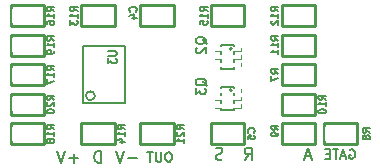
<source format=gbo>
%FSLAX34Y34*%
G04 Gerber Fmt 3.4, Leading zero omitted, Abs format*
G04 (created by PCBNEW (2014-02-02 BZR 4653)-product) date 2014-02-04 11:29:01 PM*
%MOIN*%
G01*
G70*
G90*
G04 APERTURE LIST*
%ADD10C,0.005906*%
%ADD11C,0.007500*%
%ADD12C,0.006000*%
%ADD13C,0.008000*%
%ADD14C,0.002600*%
%ADD15C,0.010000*%
%ADD16C,0.006250*%
%ADD17C,0.006300*%
%ADD18R,0.051200X0.011800*%
%ADD19R,0.031400X0.015700*%
%ADD20R,0.032000X0.045000*%
%ADD21R,0.078700X0.078700*%
%ADD22C,0.078700*%
G04 APERTURE END LIST*
G54D10*
G54D11*
X41465Y-35461D02*
X41160Y-35461D01*
X41313Y-35614D02*
X41313Y-35309D01*
X41027Y-35214D02*
X40894Y-35614D01*
X40760Y-35214D01*
X43434Y-35461D02*
X43129Y-35461D01*
X42995Y-35214D02*
X42862Y-35614D01*
X42729Y-35214D01*
G54D12*
X44512Y-35257D02*
X44451Y-35257D01*
X44421Y-35273D01*
X44391Y-35303D01*
X44375Y-35364D01*
X44375Y-35471D01*
X44391Y-35532D01*
X44421Y-35562D01*
X44451Y-35577D01*
X44512Y-35577D01*
X44543Y-35562D01*
X44573Y-35532D01*
X44589Y-35471D01*
X44589Y-35364D01*
X44573Y-35303D01*
X44543Y-35273D01*
X44512Y-35257D01*
X44238Y-35257D02*
X44238Y-35516D01*
X44223Y-35547D01*
X44208Y-35562D01*
X44177Y-35577D01*
X44116Y-35577D01*
X44086Y-35562D01*
X44071Y-35547D01*
X44055Y-35516D01*
X44055Y-35257D01*
X43949Y-35257D02*
X43766Y-35257D01*
X43857Y-35577D02*
X43857Y-35257D01*
X50516Y-35174D02*
X50547Y-35159D01*
X50593Y-35159D01*
X50638Y-35174D01*
X50669Y-35205D01*
X50684Y-35235D01*
X50699Y-35296D01*
X50699Y-35342D01*
X50684Y-35403D01*
X50669Y-35433D01*
X50638Y-35464D01*
X50593Y-35479D01*
X50562Y-35479D01*
X50516Y-35464D01*
X50501Y-35448D01*
X50501Y-35342D01*
X50562Y-35342D01*
X50379Y-35387D02*
X50227Y-35387D01*
X50410Y-35479D02*
X50303Y-35159D01*
X50196Y-35479D01*
X50135Y-35159D02*
X49953Y-35159D01*
X50044Y-35479D02*
X50044Y-35159D01*
X49846Y-35311D02*
X49739Y-35311D01*
X49693Y-35479D02*
X49846Y-35479D01*
X49846Y-35159D01*
X49693Y-35159D01*
G54D11*
X49209Y-35401D02*
X49018Y-35401D01*
X49247Y-35515D02*
X49114Y-35115D01*
X48980Y-35515D01*
X47021Y-35515D02*
X47155Y-35325D01*
X47250Y-35515D02*
X47250Y-35115D01*
X47098Y-35115D01*
X47059Y-35134D01*
X47040Y-35153D01*
X47021Y-35191D01*
X47021Y-35248D01*
X47040Y-35287D01*
X47059Y-35306D01*
X47098Y-35325D01*
X47250Y-35325D01*
X46275Y-35496D02*
X46218Y-35515D01*
X46123Y-35515D01*
X46085Y-35496D01*
X46066Y-35477D01*
X46047Y-35439D01*
X46047Y-35401D01*
X46066Y-35363D01*
X46085Y-35344D01*
X46123Y-35325D01*
X46199Y-35306D01*
X46237Y-35287D01*
X46256Y-35267D01*
X46275Y-35229D01*
X46275Y-35191D01*
X46256Y-35153D01*
X46237Y-35134D01*
X46199Y-35115D01*
X46104Y-35115D01*
X46047Y-35134D01*
X42230Y-35614D02*
X42230Y-35214D01*
X42135Y-35214D01*
X42078Y-35233D01*
X42040Y-35271D01*
X42021Y-35309D01*
X42002Y-35385D01*
X42002Y-35442D01*
X42021Y-35518D01*
X42040Y-35556D01*
X42078Y-35594D01*
X42135Y-35614D01*
X42230Y-35614D01*
G54D13*
X43022Y-33627D02*
X43022Y-31727D01*
X43022Y-31727D02*
X41622Y-31727D01*
X41622Y-31727D02*
X41622Y-33627D01*
X41622Y-33627D02*
X43022Y-33627D01*
X42022Y-33377D02*
G75*
G03X42022Y-33377I-150J0D01*
G74*
G01*
G54D14*
X46889Y-33150D02*
X46889Y-33268D01*
X46889Y-33268D02*
X46692Y-33268D01*
X46692Y-33150D02*
X46692Y-33268D01*
X46889Y-33150D02*
X46692Y-33150D01*
X46889Y-33405D02*
X46889Y-33523D01*
X46889Y-33523D02*
X46692Y-33523D01*
X46692Y-33405D02*
X46692Y-33523D01*
X46889Y-33405D02*
X46692Y-33405D01*
X46889Y-33660D02*
X46889Y-33778D01*
X46889Y-33778D02*
X46692Y-33778D01*
X46692Y-33660D02*
X46692Y-33778D01*
X46889Y-33660D02*
X46692Y-33660D01*
X46220Y-33660D02*
X46220Y-33778D01*
X46220Y-33778D02*
X46023Y-33778D01*
X46023Y-33660D02*
X46023Y-33778D01*
X46220Y-33660D02*
X46023Y-33660D01*
X46220Y-33405D02*
X46220Y-33523D01*
X46220Y-33523D02*
X46023Y-33523D01*
X46023Y-33405D02*
X46023Y-33523D01*
X46220Y-33405D02*
X46023Y-33405D01*
X46220Y-33150D02*
X46220Y-33268D01*
X46220Y-33268D02*
X46023Y-33268D01*
X46023Y-33150D02*
X46023Y-33268D01*
X46220Y-33150D02*
X46023Y-33150D01*
G54D13*
X46240Y-33071D02*
X46240Y-33857D01*
X46240Y-33857D02*
X46672Y-33857D01*
X46672Y-33857D02*
X46672Y-33071D01*
X46672Y-33071D02*
X46240Y-33071D01*
G54D12*
X46595Y-33189D02*
G75*
G03X46595Y-33189I-41J0D01*
G74*
G01*
G54D14*
X46889Y-31772D02*
X46889Y-31890D01*
X46889Y-31890D02*
X46692Y-31890D01*
X46692Y-31772D02*
X46692Y-31890D01*
X46889Y-31772D02*
X46692Y-31772D01*
X46889Y-32027D02*
X46889Y-32145D01*
X46889Y-32145D02*
X46692Y-32145D01*
X46692Y-32027D02*
X46692Y-32145D01*
X46889Y-32027D02*
X46692Y-32027D01*
X46889Y-32282D02*
X46889Y-32400D01*
X46889Y-32400D02*
X46692Y-32400D01*
X46692Y-32282D02*
X46692Y-32400D01*
X46889Y-32282D02*
X46692Y-32282D01*
X46220Y-32282D02*
X46220Y-32400D01*
X46220Y-32400D02*
X46023Y-32400D01*
X46023Y-32282D02*
X46023Y-32400D01*
X46220Y-32282D02*
X46023Y-32282D01*
X46220Y-32027D02*
X46220Y-32145D01*
X46220Y-32145D02*
X46023Y-32145D01*
X46023Y-32027D02*
X46023Y-32145D01*
X46220Y-32027D02*
X46023Y-32027D01*
X46220Y-31772D02*
X46220Y-31890D01*
X46220Y-31890D02*
X46023Y-31890D01*
X46023Y-31772D02*
X46023Y-31890D01*
X46220Y-31772D02*
X46023Y-31772D01*
G54D13*
X46240Y-31693D02*
X46240Y-32479D01*
X46240Y-32479D02*
X46672Y-32479D01*
X46672Y-32479D02*
X46672Y-31693D01*
X46672Y-31693D02*
X46240Y-31693D01*
G54D12*
X46595Y-31811D02*
G75*
G03X46595Y-31811I-41J0D01*
G74*
G01*
G54D15*
X48267Y-34291D02*
X49370Y-34291D01*
X49370Y-34291D02*
X49370Y-35000D01*
X49370Y-35000D02*
X48267Y-35000D01*
X48267Y-35000D02*
X48267Y-34291D01*
X42677Y-35000D02*
X41574Y-35000D01*
X41574Y-35000D02*
X41574Y-34291D01*
X41574Y-34291D02*
X42677Y-34291D01*
X42677Y-34291D02*
X42677Y-35000D01*
X40314Y-35000D02*
X39212Y-35000D01*
X39212Y-35000D02*
X39212Y-34291D01*
X39212Y-34291D02*
X40314Y-34291D01*
X40314Y-34291D02*
X40314Y-35000D01*
X49370Y-34015D02*
X48267Y-34015D01*
X48267Y-34015D02*
X48267Y-33307D01*
X48267Y-33307D02*
X49370Y-33307D01*
X49370Y-33307D02*
X49370Y-34015D01*
X49370Y-33031D02*
X48267Y-33031D01*
X48267Y-33031D02*
X48267Y-32322D01*
X48267Y-32322D02*
X49370Y-32322D01*
X49370Y-32322D02*
X49370Y-33031D01*
X49370Y-32047D02*
X48267Y-32047D01*
X48267Y-32047D02*
X48267Y-31338D01*
X48267Y-31338D02*
X49370Y-31338D01*
X49370Y-31338D02*
X49370Y-32047D01*
X49370Y-31062D02*
X48267Y-31062D01*
X48267Y-31062D02*
X48267Y-30354D01*
X48267Y-30354D02*
X49370Y-30354D01*
X49370Y-30354D02*
X49370Y-31062D01*
X44645Y-35000D02*
X43543Y-35000D01*
X43543Y-35000D02*
X43543Y-34291D01*
X43543Y-34291D02*
X44645Y-34291D01*
X44645Y-34291D02*
X44645Y-35000D01*
X45905Y-34291D02*
X47007Y-34291D01*
X47007Y-34291D02*
X47007Y-35000D01*
X47007Y-35000D02*
X45905Y-35000D01*
X45905Y-35000D02*
X45905Y-34291D01*
X45905Y-30354D02*
X47007Y-30354D01*
X47007Y-30354D02*
X47007Y-31062D01*
X47007Y-31062D02*
X45905Y-31062D01*
X45905Y-31062D02*
X45905Y-30354D01*
X40314Y-31062D02*
X39212Y-31062D01*
X39212Y-31062D02*
X39212Y-30354D01*
X39212Y-30354D02*
X40314Y-30354D01*
X40314Y-30354D02*
X40314Y-31062D01*
X39212Y-32322D02*
X40314Y-32322D01*
X40314Y-32322D02*
X40314Y-33031D01*
X40314Y-33031D02*
X39212Y-33031D01*
X39212Y-33031D02*
X39212Y-32322D01*
X39212Y-33307D02*
X40314Y-33307D01*
X40314Y-33307D02*
X40314Y-34015D01*
X40314Y-34015D02*
X39212Y-34015D01*
X39212Y-34015D02*
X39212Y-33307D01*
X40314Y-32047D02*
X39212Y-32047D01*
X39212Y-32047D02*
X39212Y-31338D01*
X39212Y-31338D02*
X40314Y-31338D01*
X40314Y-31338D02*
X40314Y-32047D01*
X42677Y-31062D02*
X41574Y-31062D01*
X41574Y-31062D02*
X41574Y-30354D01*
X41574Y-30354D02*
X42677Y-30354D01*
X42677Y-30354D02*
X42677Y-31062D01*
X50748Y-35000D02*
X49645Y-35000D01*
X49645Y-35000D02*
X49645Y-34291D01*
X49645Y-34291D02*
X50748Y-34291D01*
X50748Y-34291D02*
X50748Y-35000D01*
X44645Y-31062D02*
X43543Y-31062D01*
X43543Y-31062D02*
X43543Y-30354D01*
X43543Y-30354D02*
X44645Y-30354D01*
X44645Y-30354D02*
X44645Y-31062D01*
G54D16*
X42453Y-31896D02*
X42696Y-31896D01*
X42725Y-31908D01*
X42739Y-31919D01*
X42753Y-31943D01*
X42753Y-31991D01*
X42739Y-32015D01*
X42725Y-32027D01*
X42696Y-32038D01*
X42453Y-32038D01*
X42453Y-32134D02*
X42453Y-32288D01*
X42568Y-32205D01*
X42568Y-32241D01*
X42582Y-32265D01*
X42596Y-32277D01*
X42625Y-32288D01*
X42696Y-32288D01*
X42725Y-32277D01*
X42739Y-32265D01*
X42753Y-32241D01*
X42753Y-32169D01*
X42739Y-32146D01*
X42725Y-32134D01*
G54D17*
G54D12*
X45746Y-33040D02*
X45730Y-33009D01*
X45700Y-32979D01*
X45654Y-32933D01*
X45639Y-32903D01*
X45639Y-32872D01*
X45715Y-32888D02*
X45700Y-32857D01*
X45669Y-32827D01*
X45608Y-32811D01*
X45502Y-32811D01*
X45441Y-32827D01*
X45410Y-32857D01*
X45395Y-32888D01*
X45395Y-32948D01*
X45410Y-32979D01*
X45441Y-33009D01*
X45502Y-33025D01*
X45608Y-33025D01*
X45669Y-33009D01*
X45700Y-32979D01*
X45715Y-32948D01*
X45715Y-32888D01*
X45395Y-33131D02*
X45395Y-33329D01*
X45517Y-33223D01*
X45517Y-33268D01*
X45532Y-33299D01*
X45548Y-33314D01*
X45578Y-33329D01*
X45654Y-33329D01*
X45685Y-33314D01*
X45700Y-33299D01*
X45715Y-33268D01*
X45715Y-33177D01*
X45700Y-33147D01*
X45685Y-33131D01*
X45746Y-31662D02*
X45730Y-31631D01*
X45700Y-31601D01*
X45654Y-31555D01*
X45639Y-31525D01*
X45639Y-31494D01*
X45715Y-31510D02*
X45700Y-31479D01*
X45669Y-31449D01*
X45608Y-31433D01*
X45502Y-31433D01*
X45441Y-31449D01*
X45410Y-31479D01*
X45395Y-31510D01*
X45395Y-31571D01*
X45410Y-31601D01*
X45441Y-31631D01*
X45502Y-31647D01*
X45608Y-31647D01*
X45669Y-31631D01*
X45700Y-31601D01*
X45715Y-31571D01*
X45715Y-31510D01*
X45426Y-31769D02*
X45410Y-31784D01*
X45395Y-31814D01*
X45395Y-31891D01*
X45410Y-31921D01*
X45426Y-31936D01*
X45456Y-31951D01*
X45487Y-31951D01*
X45532Y-31936D01*
X45715Y-31753D01*
X45715Y-31951D01*
X48140Y-34507D02*
X48025Y-34427D01*
X48140Y-34370D02*
X47900Y-34370D01*
X47900Y-34461D01*
X47911Y-34484D01*
X47922Y-34495D01*
X47945Y-34507D01*
X47980Y-34507D01*
X48002Y-34495D01*
X48014Y-34484D01*
X48025Y-34461D01*
X48025Y-34370D01*
X48140Y-34621D02*
X48140Y-34667D01*
X48128Y-34690D01*
X48117Y-34701D01*
X48082Y-34724D01*
X48037Y-34735D01*
X47945Y-34735D01*
X47922Y-34724D01*
X47911Y-34712D01*
X47900Y-34690D01*
X47900Y-34644D01*
X47911Y-34621D01*
X47922Y-34610D01*
X47945Y-34598D01*
X48002Y-34598D01*
X48025Y-34610D01*
X48037Y-34621D01*
X48048Y-34644D01*
X48048Y-34690D01*
X48037Y-34712D01*
X48025Y-34724D01*
X48002Y-34735D01*
X43021Y-34491D02*
X42907Y-34411D01*
X43021Y-34354D02*
X42781Y-34354D01*
X42781Y-34445D01*
X42793Y-34468D01*
X42804Y-34479D01*
X42827Y-34491D01*
X42861Y-34491D01*
X42884Y-34479D01*
X42896Y-34468D01*
X42907Y-34445D01*
X42907Y-34354D01*
X43021Y-34719D02*
X43021Y-34582D01*
X43021Y-34651D02*
X42781Y-34651D01*
X42816Y-34628D01*
X42839Y-34605D01*
X42850Y-34582D01*
X42861Y-34925D02*
X43021Y-34925D01*
X42770Y-34868D02*
X42941Y-34811D01*
X42941Y-34959D01*
X40659Y-34491D02*
X40545Y-34411D01*
X40659Y-34354D02*
X40419Y-34354D01*
X40419Y-34445D01*
X40431Y-34468D01*
X40442Y-34479D01*
X40465Y-34491D01*
X40499Y-34491D01*
X40522Y-34479D01*
X40534Y-34468D01*
X40545Y-34445D01*
X40545Y-34354D01*
X40659Y-34719D02*
X40659Y-34582D01*
X40659Y-34651D02*
X40419Y-34651D01*
X40454Y-34628D01*
X40476Y-34605D01*
X40488Y-34582D01*
X40522Y-34857D02*
X40511Y-34834D01*
X40499Y-34822D01*
X40476Y-34811D01*
X40465Y-34811D01*
X40442Y-34822D01*
X40431Y-34834D01*
X40419Y-34857D01*
X40419Y-34902D01*
X40431Y-34925D01*
X40442Y-34937D01*
X40465Y-34948D01*
X40476Y-34948D01*
X40499Y-34937D01*
X40511Y-34925D01*
X40522Y-34902D01*
X40522Y-34857D01*
X40534Y-34834D01*
X40545Y-34822D01*
X40568Y-34811D01*
X40614Y-34811D01*
X40636Y-34822D01*
X40648Y-34834D01*
X40659Y-34857D01*
X40659Y-34902D01*
X40648Y-34925D01*
X40636Y-34937D01*
X40614Y-34948D01*
X40568Y-34948D01*
X40545Y-34937D01*
X40534Y-34925D01*
X40522Y-34902D01*
X49714Y-33507D02*
X49600Y-33427D01*
X49714Y-33369D02*
X49474Y-33369D01*
X49474Y-33461D01*
X49486Y-33484D01*
X49497Y-33495D01*
X49520Y-33507D01*
X49554Y-33507D01*
X49577Y-33495D01*
X49589Y-33484D01*
X49600Y-33461D01*
X49600Y-33369D01*
X49714Y-33735D02*
X49714Y-33598D01*
X49714Y-33667D02*
X49474Y-33667D01*
X49509Y-33644D01*
X49532Y-33621D01*
X49543Y-33598D01*
X49474Y-33884D02*
X49474Y-33907D01*
X49486Y-33929D01*
X49497Y-33941D01*
X49520Y-33952D01*
X49566Y-33964D01*
X49623Y-33964D01*
X49669Y-33952D01*
X49692Y-33941D01*
X49703Y-33929D01*
X49714Y-33907D01*
X49714Y-33884D01*
X49703Y-33861D01*
X49692Y-33849D01*
X49669Y-33838D01*
X49623Y-33827D01*
X49566Y-33827D01*
X49520Y-33838D01*
X49497Y-33849D01*
X49486Y-33861D01*
X49474Y-33884D01*
X48140Y-32637D02*
X48025Y-32557D01*
X48140Y-32500D02*
X47900Y-32500D01*
X47900Y-32591D01*
X47911Y-32614D01*
X47922Y-32625D01*
X47945Y-32637D01*
X47980Y-32637D01*
X48002Y-32625D01*
X48014Y-32614D01*
X48025Y-32591D01*
X48025Y-32500D01*
X47900Y-32717D02*
X47900Y-32877D01*
X48140Y-32774D01*
X48140Y-31538D02*
X48025Y-31458D01*
X48140Y-31401D02*
X47900Y-31401D01*
X47900Y-31492D01*
X47911Y-31515D01*
X47922Y-31527D01*
X47945Y-31538D01*
X47980Y-31538D01*
X48002Y-31527D01*
X48014Y-31515D01*
X48025Y-31492D01*
X48025Y-31401D01*
X48140Y-31767D02*
X48140Y-31630D01*
X48140Y-31698D02*
X47900Y-31698D01*
X47934Y-31675D01*
X47957Y-31652D01*
X47968Y-31630D01*
X48140Y-31995D02*
X48140Y-31858D01*
X48140Y-31927D02*
X47900Y-31927D01*
X47934Y-31904D01*
X47957Y-31881D01*
X47968Y-31858D01*
X48140Y-30554D02*
X48025Y-30474D01*
X48140Y-30417D02*
X47900Y-30417D01*
X47900Y-30508D01*
X47911Y-30531D01*
X47922Y-30542D01*
X47945Y-30554D01*
X47980Y-30554D01*
X48002Y-30542D01*
X48014Y-30531D01*
X48025Y-30508D01*
X48025Y-30417D01*
X48140Y-30782D02*
X48140Y-30645D01*
X48140Y-30714D02*
X47900Y-30714D01*
X47934Y-30691D01*
X47957Y-30668D01*
X47968Y-30645D01*
X47922Y-30874D02*
X47911Y-30885D01*
X47900Y-30908D01*
X47900Y-30965D01*
X47911Y-30988D01*
X47922Y-31000D01*
X47945Y-31011D01*
X47968Y-31011D01*
X48002Y-31000D01*
X48140Y-30862D01*
X48140Y-31011D01*
X44990Y-34491D02*
X44876Y-34411D01*
X44990Y-34354D02*
X44750Y-34354D01*
X44750Y-34445D01*
X44761Y-34468D01*
X44773Y-34479D01*
X44796Y-34491D01*
X44830Y-34491D01*
X44853Y-34479D01*
X44864Y-34468D01*
X44876Y-34445D01*
X44876Y-34354D01*
X44773Y-34582D02*
X44761Y-34594D01*
X44750Y-34617D01*
X44750Y-34674D01*
X44761Y-34697D01*
X44773Y-34708D01*
X44796Y-34719D01*
X44819Y-34719D01*
X44853Y-34708D01*
X44990Y-34571D01*
X44990Y-34719D01*
X44990Y-34948D02*
X44990Y-34811D01*
X44990Y-34879D02*
X44750Y-34879D01*
X44784Y-34857D01*
X44807Y-34834D01*
X44819Y-34811D01*
X47329Y-34605D02*
X47341Y-34594D01*
X47352Y-34559D01*
X47352Y-34537D01*
X47341Y-34502D01*
X47318Y-34479D01*
X47295Y-34468D01*
X47249Y-34457D01*
X47215Y-34457D01*
X47169Y-34468D01*
X47146Y-34479D01*
X47124Y-34502D01*
X47112Y-34537D01*
X47112Y-34559D01*
X47124Y-34594D01*
X47135Y-34605D01*
X47112Y-34822D02*
X47112Y-34708D01*
X47226Y-34697D01*
X47215Y-34708D01*
X47204Y-34731D01*
X47204Y-34788D01*
X47215Y-34811D01*
X47226Y-34822D01*
X47249Y-34834D01*
X47306Y-34834D01*
X47329Y-34822D01*
X47341Y-34811D01*
X47352Y-34788D01*
X47352Y-34731D01*
X47341Y-34708D01*
X47329Y-34697D01*
X45777Y-30554D02*
X45663Y-30474D01*
X45777Y-30417D02*
X45537Y-30417D01*
X45537Y-30508D01*
X45549Y-30531D01*
X45560Y-30542D01*
X45583Y-30554D01*
X45617Y-30554D01*
X45640Y-30542D01*
X45652Y-30531D01*
X45663Y-30508D01*
X45663Y-30417D01*
X45777Y-30782D02*
X45777Y-30645D01*
X45777Y-30714D02*
X45537Y-30714D01*
X45572Y-30691D01*
X45595Y-30668D01*
X45606Y-30645D01*
X45537Y-31000D02*
X45537Y-30885D01*
X45652Y-30874D01*
X45640Y-30885D01*
X45629Y-30908D01*
X45629Y-30965D01*
X45640Y-30988D01*
X45652Y-31000D01*
X45675Y-31011D01*
X45732Y-31011D01*
X45755Y-31000D01*
X45766Y-30988D01*
X45777Y-30965D01*
X45777Y-30908D01*
X45766Y-30885D01*
X45755Y-30874D01*
X40659Y-30554D02*
X40545Y-30474D01*
X40659Y-30417D02*
X40419Y-30417D01*
X40419Y-30508D01*
X40431Y-30531D01*
X40442Y-30542D01*
X40465Y-30554D01*
X40499Y-30554D01*
X40522Y-30542D01*
X40534Y-30531D01*
X40545Y-30508D01*
X40545Y-30417D01*
X40659Y-30782D02*
X40659Y-30645D01*
X40659Y-30714D02*
X40419Y-30714D01*
X40454Y-30691D01*
X40476Y-30668D01*
X40488Y-30645D01*
X40419Y-30988D02*
X40419Y-30942D01*
X40431Y-30920D01*
X40442Y-30908D01*
X40476Y-30885D01*
X40522Y-30874D01*
X40614Y-30874D01*
X40636Y-30885D01*
X40648Y-30897D01*
X40659Y-30920D01*
X40659Y-30965D01*
X40648Y-30988D01*
X40636Y-31000D01*
X40614Y-31011D01*
X40556Y-31011D01*
X40534Y-31000D01*
X40522Y-30988D01*
X40511Y-30965D01*
X40511Y-30920D01*
X40522Y-30897D01*
X40534Y-30885D01*
X40556Y-30874D01*
X40659Y-32522D02*
X40545Y-32442D01*
X40659Y-32385D02*
X40419Y-32385D01*
X40419Y-32477D01*
X40431Y-32500D01*
X40442Y-32511D01*
X40465Y-32522D01*
X40499Y-32522D01*
X40522Y-32511D01*
X40534Y-32500D01*
X40545Y-32477D01*
X40545Y-32385D01*
X40659Y-32751D02*
X40659Y-32614D01*
X40659Y-32682D02*
X40419Y-32682D01*
X40454Y-32660D01*
X40476Y-32637D01*
X40488Y-32614D01*
X40419Y-32831D02*
X40419Y-32991D01*
X40659Y-32888D01*
X40659Y-33507D02*
X40545Y-33427D01*
X40659Y-33369D02*
X40419Y-33369D01*
X40419Y-33461D01*
X40431Y-33484D01*
X40442Y-33495D01*
X40465Y-33507D01*
X40499Y-33507D01*
X40522Y-33495D01*
X40534Y-33484D01*
X40545Y-33461D01*
X40545Y-33369D01*
X40442Y-33598D02*
X40431Y-33609D01*
X40419Y-33632D01*
X40419Y-33689D01*
X40431Y-33712D01*
X40442Y-33724D01*
X40465Y-33735D01*
X40488Y-33735D01*
X40522Y-33724D01*
X40659Y-33587D01*
X40659Y-33735D01*
X40419Y-33884D02*
X40419Y-33907D01*
X40431Y-33929D01*
X40442Y-33941D01*
X40465Y-33952D01*
X40511Y-33964D01*
X40568Y-33964D01*
X40614Y-33952D01*
X40636Y-33941D01*
X40648Y-33929D01*
X40659Y-33907D01*
X40659Y-33884D01*
X40648Y-33861D01*
X40636Y-33849D01*
X40614Y-33838D01*
X40568Y-33827D01*
X40511Y-33827D01*
X40465Y-33838D01*
X40442Y-33849D01*
X40431Y-33861D01*
X40419Y-33884D01*
X40659Y-31538D02*
X40545Y-31458D01*
X40659Y-31401D02*
X40419Y-31401D01*
X40419Y-31492D01*
X40431Y-31515D01*
X40442Y-31527D01*
X40465Y-31538D01*
X40499Y-31538D01*
X40522Y-31527D01*
X40534Y-31515D01*
X40545Y-31492D01*
X40545Y-31401D01*
X40659Y-31767D02*
X40659Y-31630D01*
X40659Y-31698D02*
X40419Y-31698D01*
X40454Y-31675D01*
X40476Y-31652D01*
X40488Y-31630D01*
X40659Y-31881D02*
X40659Y-31927D01*
X40648Y-31950D01*
X40636Y-31961D01*
X40602Y-31984D01*
X40556Y-31995D01*
X40465Y-31995D01*
X40442Y-31984D01*
X40431Y-31972D01*
X40419Y-31950D01*
X40419Y-31904D01*
X40431Y-31881D01*
X40442Y-31870D01*
X40465Y-31858D01*
X40522Y-31858D01*
X40545Y-31870D01*
X40556Y-31881D01*
X40568Y-31904D01*
X40568Y-31950D01*
X40556Y-31972D01*
X40545Y-31984D01*
X40522Y-31995D01*
X41447Y-30554D02*
X41332Y-30474D01*
X41447Y-30417D02*
X41207Y-30417D01*
X41207Y-30508D01*
X41218Y-30531D01*
X41230Y-30542D01*
X41252Y-30554D01*
X41287Y-30554D01*
X41310Y-30542D01*
X41321Y-30531D01*
X41332Y-30508D01*
X41332Y-30417D01*
X41447Y-30782D02*
X41447Y-30645D01*
X41447Y-30714D02*
X41207Y-30714D01*
X41241Y-30691D01*
X41264Y-30668D01*
X41275Y-30645D01*
X41207Y-30862D02*
X41207Y-31011D01*
X41298Y-30931D01*
X41298Y-30965D01*
X41310Y-30988D01*
X41321Y-31000D01*
X41344Y-31011D01*
X41401Y-31011D01*
X41424Y-31000D01*
X41435Y-30988D01*
X41447Y-30965D01*
X41447Y-30897D01*
X41435Y-30874D01*
X41424Y-30862D01*
X51191Y-34605D02*
X51076Y-34525D01*
X51191Y-34468D02*
X50951Y-34468D01*
X50951Y-34559D01*
X50962Y-34582D01*
X50974Y-34594D01*
X50996Y-34605D01*
X51031Y-34605D01*
X51054Y-34594D01*
X51065Y-34582D01*
X51076Y-34559D01*
X51076Y-34468D01*
X51054Y-34742D02*
X51042Y-34719D01*
X51031Y-34708D01*
X51008Y-34697D01*
X50996Y-34697D01*
X50974Y-34708D01*
X50962Y-34719D01*
X50951Y-34742D01*
X50951Y-34788D01*
X50962Y-34811D01*
X50974Y-34822D01*
X50996Y-34834D01*
X51008Y-34834D01*
X51031Y-34822D01*
X51042Y-34811D01*
X51054Y-34788D01*
X51054Y-34742D01*
X51065Y-34719D01*
X51076Y-34708D01*
X51099Y-34697D01*
X51145Y-34697D01*
X51168Y-34708D01*
X51179Y-34719D01*
X51191Y-34742D01*
X51191Y-34788D01*
X51179Y-34811D01*
X51168Y-34822D01*
X51145Y-34834D01*
X51099Y-34834D01*
X51076Y-34822D01*
X51065Y-34811D01*
X51054Y-34788D01*
X43392Y-30570D02*
X43404Y-30558D01*
X43415Y-30524D01*
X43415Y-30501D01*
X43404Y-30467D01*
X43381Y-30444D01*
X43358Y-30433D01*
X43312Y-30421D01*
X43278Y-30421D01*
X43232Y-30433D01*
X43209Y-30444D01*
X43187Y-30467D01*
X43175Y-30501D01*
X43175Y-30524D01*
X43187Y-30558D01*
X43198Y-30570D01*
X43255Y-30775D02*
X43415Y-30775D01*
X43164Y-30718D02*
X43335Y-30661D01*
X43335Y-30810D01*
%LPC*%
G54D18*
X41222Y-33437D03*
X41222Y-33187D03*
X41222Y-32927D03*
X41222Y-32677D03*
X41222Y-32417D03*
X41222Y-32162D03*
X41222Y-31907D03*
X43422Y-31907D03*
X43422Y-32162D03*
X43422Y-32417D03*
X43422Y-32677D03*
X43422Y-32932D03*
X43422Y-33187D03*
X43422Y-33442D03*
G54D19*
X46770Y-33209D03*
X46770Y-33464D03*
X46770Y-33719D03*
X46142Y-33719D03*
X46142Y-33464D03*
X46142Y-33209D03*
X46770Y-31831D03*
X46770Y-32086D03*
X46770Y-32341D03*
X46142Y-32341D03*
X46142Y-32086D03*
X46142Y-31831D03*
G54D20*
X48483Y-34645D03*
X49153Y-34645D03*
X42460Y-34645D03*
X41790Y-34645D03*
X40098Y-34645D03*
X39428Y-34645D03*
X49153Y-33661D03*
X48483Y-33661D03*
X49153Y-32677D03*
X48483Y-32677D03*
X49153Y-31692D03*
X48483Y-31692D03*
X49153Y-30708D03*
X48483Y-30708D03*
X44429Y-34645D03*
X43759Y-34645D03*
X46121Y-34645D03*
X46791Y-34645D03*
X46121Y-30708D03*
X46791Y-30708D03*
X40098Y-30708D03*
X39428Y-30708D03*
X39428Y-32677D03*
X40098Y-32677D03*
X39428Y-33661D03*
X40098Y-33661D03*
X40098Y-31692D03*
X39428Y-31692D03*
X42460Y-30708D03*
X41790Y-30708D03*
X50531Y-34645D03*
X49861Y-34645D03*
X44429Y-30708D03*
X43759Y-30708D03*
G54D21*
X41169Y-36220D03*
G54D22*
X42169Y-36220D03*
X43169Y-36220D03*
X44169Y-36220D03*
X45169Y-36220D03*
X46169Y-36220D03*
X47169Y-36220D03*
X48169Y-36220D03*
X49169Y-36220D03*
X50169Y-36220D03*
M02*

</source>
